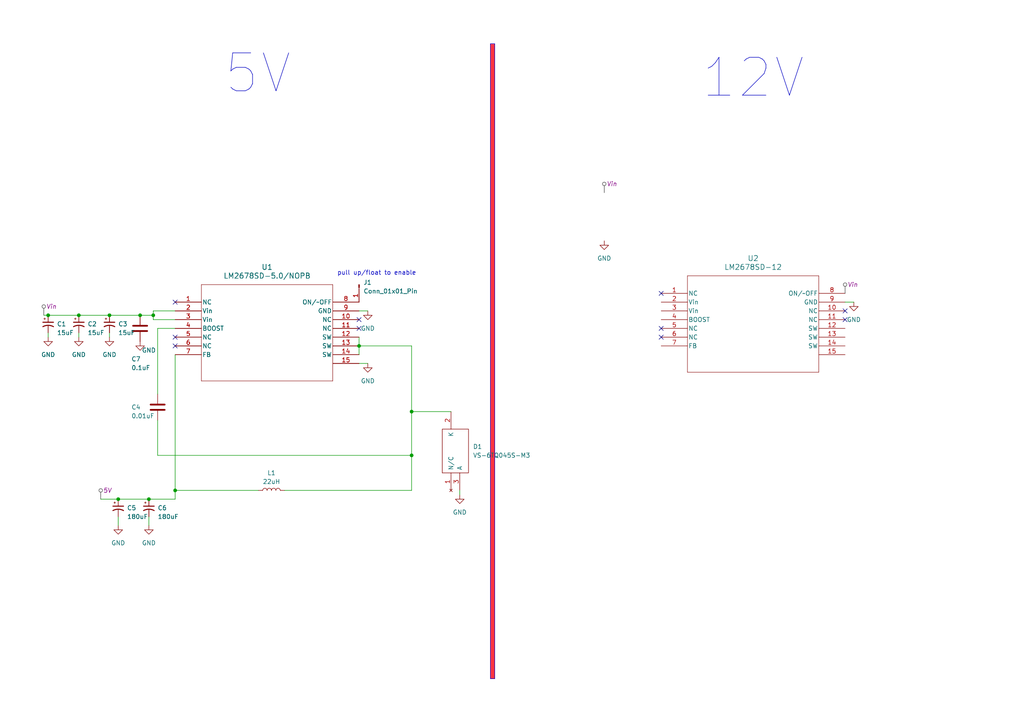
<source format=kicad_sch>
(kicad_sch (version 20230121) (generator eeschema)
  (paper "A4")
  (lib_symbols
    (symbol "Connector:Conn_01x01_Pin" (pin_names (offset 1.016) hide)
      (property "Reference" "J" (at 0 2.54 0))
      (property "Value" "Conn_01x01_Pin" (at 0 -2.54 0))
      (symbol "Conn_01x01_Pin_1_1"
        (polyline (pts (xy 1.27 0) (xy 0.8636 0)) (stroke (width 0.1524)))
        (rectangle (start 0.8636 0.127) (end 0 -0.127) (stroke (width 0.1524)) (fill (type outline)))
        (pin passive line (at 5.08 0 180) (length 3.81) (name "Pin_1") (number "1"))
      )
    )
    (symbol "Device:C" (pin_numbers hide) (pin_names (offset 0.254))
      (property "Reference" "C" (at 0.635 2.54 0))
      (property "Value" "C" (at 0.635 -2.54 0))
      (symbol "C_0_1"
        (polyline (pts (xy -2.032 -0.762) (xy 2.032 -0.762)) (stroke (width 0.508)))
        (polyline (pts (xy -2.032 0.762) (xy 2.032 0.762)) (stroke (width 0.508)))
      )
      (symbol "C_1_1"
        (pin passive line (at 0 3.81 270) (length 2.794) (name "~") (number "1"))
        (pin passive line (at 0 -3.81 90) (length 2.794) (name "~") (number "2"))
      )
    )
    (symbol "Device:C_Polarized_Small_US" (pin_numbers hide) (pin_names (offset 0.254) hide)
      (property "Reference" "C" (at 0.254 1.778 0))
      (property "Value" "C_Polarized_Small_US" (at 0.254 -2.032 0))
      (symbol "C_Polarized_Small_US_0_1"
        (polyline (pts (xy -1.524 0.508) (xy 1.524 0.508)) (stroke (width 0.3048)))
        (polyline (pts (xy -1.27 1.524) (xy -0.762 1.524)))
        (polyline (pts (xy -1.016 1.27) (xy -1.016 1.778)))
        (arc (start 1.524 -0.762) (mid 0 -0.3734) (end -1.524 -0.762) (stroke (width 0.3048)))
      )
      (symbol "C_Polarized_Small_US_1_1"
        (pin passive line (at 0 2.54 270) (length 2.032) (name "~") (number "1"))
        (pin passive line (at 0 -2.54 90) (length 2.032) (name "~") (number "2"))
      )
    )
    (symbol "Device:L" (pin_numbers hide) (pin_names (offset 1.016) hide)
      (property "Reference" "L" (at -1.27 0 90))
      (property "Value" "L" (at 1.905 0 90))
      (symbol "L_0_1"
        (arc (start 0 -2.54) (mid 0.6323 -1.905) (end 0 -1.27))
        (arc (start 0 -1.27) (mid 0.6323 -0.635) (end 0 0))
        (arc (start 0 0) (mid 0.6323 0.635) (end 0 1.27))
        (arc (start 0 1.27) (mid 0.6323 1.905) (end 0 2.54))
      )
      (symbol "L_1_1"
        (pin passive line (at 0 3.81 270) (length 1.27) (name "1") (number "1"))
        (pin passive line (at 0 -3.81 90) (length 1.27) (name "2") (number "2"))
      )
    )
    (symbol "LM2678SD12:LM2678SD-12" (pin_names (offset 0.254))
      (property "Reference" "U" (at 26.67 10.16 0))
      (property "Value" "LM2678SD-12" (at 26.67 7.62 0))
      (symbol "LM2678SD-12_0_1"
        (polyline (pts (xy 7.62 -22.86) (xy 45.72 -22.86)) (stroke (width 0.127)))
        (polyline (pts (xy 7.62 5.08) (xy 7.62 -22.86)) (stroke (width 0.127)))
        (polyline (pts (xy 45.72 -22.86) (xy 45.72 5.08)) (stroke (width 0.127)))
        (polyline (pts (xy 45.72 5.08) (xy 7.62 5.08)) (stroke (width 0.127)))
        (pin passive line (at 0 0 0) (length 7.62) (name "NC") (number "1"))
        (pin passive line (at 53.34 -5.08 180) (length 7.62) (name "NC") (number "10"))
        (pin passive line (at 53.34 -7.62 180) (length 7.62) (name "NC") (number "11"))
        (pin output line (at 53.34 -10.16 180) (length 7.62) (name "SW") (number "12"))
        (pin output line (at 53.34 -12.7 180) (length 7.62) (name "SW") (number "13"))
        (pin output line (at 53.34 -15.24 180) (length 7.62) (name "SW") (number "14"))
        (pin unspecified line (at 53.34 -17.78 180) (length 7.62) (name "") (number "15"))
        (pin input line (at 0 -2.54 0) (length 7.62) (name "Vin") (number "2"))
        (pin input line (at 0 -5.08 0) (length 7.62) (name "Vin") (number "3"))
        (pin passive line (at 0 -7.62 0) (length 7.62) (name "BOOST") (number "4"))
        (pin passive line (at 0 -10.16 0) (length 7.62) (name "NC") (number "5"))
        (pin passive line (at 0 -12.7 0) (length 7.62) (name "NC") (number "6"))
        (pin passive line (at 0 -15.24 0) (length 7.62) (name "FB") (number "7"))
        (pin passive line (at 53.34 0 180) (length 7.62) (name "ON/~OFF") (number "8"))
        (pin passive line (at 53.34 -2.54 180) (length 7.62) (name "GND") (number "9"))
      )
    )
    (symbol "LM2678SD5:LM2678SD-5.0_NOPB" (pin_names (offset 0.254))
      (property "Reference" "U" (at 26.67 10.16 0))
      (property "Value" "LM2678SD-5.0/NOPB" (at 26.67 7.62 0))
      (symbol "LM2678SD-5.0_NOPB_0_1"
        (polyline (pts (xy 7.62 -22.86) (xy 45.72 -22.86)) (stroke (width 0.127)))
        (polyline (pts (xy 7.62 5.08) (xy 7.62 -22.86)) (stroke (width 0.127)))
        (polyline (pts (xy 45.72 -22.86) (xy 45.72 5.08)) (stroke (width 0.127)))
        (polyline (pts (xy 45.72 5.08) (xy 7.62 5.08)) (stroke (width 0.127)))
        (pin passive line (at 0 0 0) (length 7.62) (name "NC") (number "1"))
        (pin passive line (at 53.34 -5.08 180) (length 7.62) (name "NC") (number "10"))
        (pin passive line (at 53.34 -7.62 180) (length 7.62) (name "NC") (number "11"))
        (pin output line (at 53.34 -10.16 180) (length 7.62) (name "SW") (number "12"))
        (pin output line (at 53.34 -12.7 180) (length 7.62) (name "SW") (number "13"))
        (pin output line (at 53.34 -15.24 180) (length 7.62) (name "SW") (number "14"))
        (pin unspecified line (at 53.34 -17.78 180) (length 7.62) (name "") (number "15"))
        (pin input line (at 0 -2.54 0) (length 7.62) (name "Vin") (number "2"))
        (pin input line (at 0 -5.08 0) (length 7.62) (name "Vin") (number "3"))
        (pin passive line (at 0 -7.62 0) (length 7.62) (name "BOOST") (number "4"))
        (pin passive line (at 0 -10.16 0) (length 7.62) (name "NC") (number "5"))
        (pin passive line (at 0 -12.7 0) (length 7.62) (name "NC") (number "6"))
        (pin passive line (at 0 -15.24 0) (length 7.62) (name "FB") (number "7"))
        (pin passive line (at 53.34 0 180) (length 7.62) (name "ON/~OFF") (number "8"))
        (pin passive line (at 53.34 -2.54 180) (length 7.62) (name "GND") (number "9"))
      )
    )
    (symbol "VS-6TQ045S-M3:VS-6TQ045S-M3" (pin_names (offset 0.762))
      (property "Reference" "D" (at 19.05 7.62 0))
      (property "Value" "VS-6TQ045S-M3" (at 19.05 5.08 0))
      (symbol "VS-6TQ045S-M3_0_0"
        (pin no_connect line (at 0 0 0) (length 5.08) (name "N/C") (number "1"))
        (pin passive line (at 22.86 0 180) (length 5.08) (name "K") (number "2"))
        (pin passive line (at 0 -2.54 0) (length 5.08) (name "A") (number "3"))
      )
      (symbol "VS-6TQ045S-M3_0_1"
        (polyline (pts (xy 5.08 2.54) (xy 17.78 2.54) (xy 17.78 -5.08) (xy 5.08 -5.08) (xy 5.08 2.54)) (stroke (width 0.1524)))
      )
    )
    (symbol "power:GND" (power) (pin_names (offset 0))
      (property "Value" "GND" (at 0 -3.81 0))
      (symbol "GND_0_1"
        (polyline (pts (xy 0 0) (xy 0 -1.27) (xy 1.27 -1.27) (xy 0 -2.54) (xy -1.27 -1.27) (xy 0 -1.27)))
      )
      (symbol "GND_1_1"
        (pin power_in line (at 0 0 270) (length 0) hide (name "GND") (number "1"))
      )
    )
  )
  (junction (at 34.29 144.78))
  (junction (at 40.64 91.44))
  (junction (at 31.75 91.44))
  (junction (at 119.38 119.38))
  (junction (at 50.8 142.24))
  (junction (at 22.86 91.44))
  (junction (at 119.38 132.08))
  (junction (at 104.14 100.33))
  (junction (at 44.45 91.44))
  (junction (at 13.97 91.44))
  (junction (at 43.18 144.78))
  (no_connect (at 191.77 95.25))
  (no_connect (at 104.14 95.25))
  (no_connect (at 50.8 87.63))
  (no_connect (at 191.77 97.79))
  (no_connect (at 245.11 92.71))
  (no_connect (at 104.14 92.71))
  (no_connect (at 191.77 85.09))
  (no_connect (at 50.8 97.79))
  (no_connect (at 245.11 90.17))
  (no_connect (at 50.8 100.33))
  (wire (pts (xy 45.72 132.08) (xy 119.38 132.08)))
  (wire (pts (xy 119.38 100.33) (xy 104.14 100.33)))
  (wire (pts (xy 119.38 119.38) (xy 119.38 100.33)))
  (wire (pts (xy 104.14 100.33) (xy 104.14 102.87)))
  (wire (pts (xy 119.38 142.24) (xy 119.38 132.08)))
  (wire (pts (xy 13.97 91.44) (xy 22.86 91.44)))
  (wire (pts (xy 43.18 144.78) (xy 50.8 144.78)))
  (wire (pts (xy 44.45 90.17) (xy 50.8 90.17)))
  (wire (pts (xy 34.29 149.86) (xy 34.29 152.4)))
  (wire (pts (xy 44.45 91.44) (xy 44.45 90.17)))
  (wire (pts (xy 245.11 87.63) (xy 247.65 87.63)))
  (wire (pts (xy 34.29 144.78) (xy 43.18 144.78)))
  (wire (pts (xy 45.72 95.25) (xy 45.72 114.3)))
  (wire (pts (xy 50.8 95.25) (xy 45.72 95.25)))
  (wire (pts (xy 43.18 149.86) (xy 43.18 152.4)))
  (wire (pts (xy 50.8 142.24) (xy 50.8 144.78)))
  (wire (pts (xy 12.7 91.44) (xy 13.97 91.44)))
  (wire (pts (xy 45.72 121.92) (xy 45.72 132.08)))
  (wire (pts (xy 104.14 97.79) (xy 104.14 100.33)))
  (wire (pts (xy 50.8 102.87) (xy 50.8 142.24)))
  (wire (pts (xy 119.38 119.38) (xy 130.81 119.38)))
  (wire (pts (xy 104.14 105.41) (xy 106.68 105.41)))
  (wire (pts (xy 40.64 91.44) (xy 44.45 91.44)))
  (wire (pts (xy 22.86 96.52) (xy 22.86 97.79)))
  (wire (pts (xy 31.75 96.52) (xy 31.75 97.79)))
  (wire (pts (xy 133.35 142.24) (xy 133.35 143.51)))
  (wire (pts (xy 104.14 90.17) (xy 106.68 90.17)))
  (wire (pts (xy 44.45 92.71) (xy 44.45 91.44)))
  (wire (pts (xy 50.8 142.24) (xy 74.93 142.24)))
  (wire (pts (xy 13.97 96.52) (xy 13.97 97.79)))
  (wire (pts (xy 29.21 144.78) (xy 34.29 144.78)))
  (wire (pts (xy 22.86 91.44) (xy 31.75 91.44)))
  (wire (pts (xy 119.38 132.08) (xy 119.38 119.38)))
  (wire (pts (xy 31.75 91.44) (xy 40.64 91.44)))
  (wire (pts (xy 50.8 92.71) (xy 44.45 92.71)))
  (wire (pts (xy 82.55 142.24) (xy 119.38 142.24)))
  (rectangle (start 142.24 12.7) (end 143.51 196.85) (fill (type color) (color 255 50 64 1)))
  (text "12V" (at 203.2 29.21 0) (effects (font (size 11 11)) (justify left bottom)))
  (text "5V" (at 64.77 27.94 0) (effects (font (size 11 11)) (justify left bottom)))
  (text "pull up/float to enable" (at 97.79 80.01 0) (effects (font (size 1.27 1.27)) (justify left bottom)))
  (netclass_flag "" (length 2.54) (shape round) (at 245.11 85.09 0) (property "Netclass" "Vin" (at 245.8085 82.55 0) (effects (font italic) (justify left))))
  (netclass_flag "" (length 2.54) (shape round) (at 29.21 144.78 0) (property "Netclass" "5V" (at 29.9085 142.24 0) (effects (font italic) (justify left))))
  (netclass_flag "" (length 2.54) (shape round) (at 12.7 91.44 0) (property "Netclass" "Vin" (at 13.3985 88.9 0) (effects (font italic) (justify left))))
  (netclass_flag "" (length 2.54) (shape round) (at 175.26 55.88 0) (property "Netclass" "Vin" (at 175.9585 53.34 0) (effects (font italic) (justify left))))
  (symbol (lib_id "power:GND") (at 175.26 69.85 0) (unit 1)
    (property "Reference" "#PWR03" (effects hide))
    (property "Value" "GND" (at 175.26 74.93 0))
  )
  (symbol (lib_id "power:GND") (at 40.64 99.06 0) (unit 1)
    (property "Reference" "#PWR02" (effects hide))
    (property "Value" "GND" (at 43.18 101.6 0))
  )
  (symbol (lib_id "power:GND") (at 43.18 152.4 0) (unit 1)
    (property "Reference" "#PWR011" (effects hide))
    (property "Value" "GND" (at 43.18 157.48 0))
  )
  (symbol (lib_id "Device:C") (at 40.64 95.25 0) (unit 1)
    (property "Reference" "C7" (at 38.1 104.14 0) (effects (justify left)))
    (property "Value" "0.1uF" (at 38.1 106.68 0) (effects (justify left)))
  )
  (symbol (lib_id "VS-6TQ045S-M3:VS-6TQ045S-M3") (at 130.81 142.24 90) (unit 1)
    (property "Reference" "D1" (at 137.16 129.54 90) (effects (justify right)))
    (property "Value" "VS-6TQ045S-M3" (at 137.16 132.08 90) (effects (justify right)))
    (property "Footprint" "TO-263AB:P240_TO-263AB_D2PAK" (effects hide))
    (property "Datasheet" "http://www.vishay.com/docs/94945/vs-6tqs-m3.pdf" (effects hide))
    (property "Description" "Diode Schottky 45V 6A 3-Pin(2+Tab) D2PAK Tube" (effects hide))
    (property "Height" "4.83" (effects hide))
    (property "Mouser Part Number" "78-VS-6TQ045S-M3" (effects hide))
    (property "Mouser Price/Stock" "https://www.mouser.co.uk/ProductDetail/Vishay-Semiconductors/VS-6TQ045S-M3?qs=3SS1MhAOHqoxROiyL7Qyxg%3D%3D" (effects hide))
    (property "Manufacturer_Name" "Vishay" (effects hide))
    (property "Manufacturer_Part_Number" "VS-6TQ045S-M3" (effects hide))
  )
  (symbol (lib_id "Device:C_Polarized_Small_US") (at 13.97 93.98 0) (unit 1)
    (property "Reference" "C1" (at 16.51 93.98 0) (effects (justify left)))
    (property "Value" "15uF" (at 16.51 96.52 0) (effects (justify left)))
  )
  (symbol (lib_id "power:GND") (at 31.75 97.79 0) (unit 1)
    (property "Reference" "#PWR08" (effects hide))
    (property "Value" "GND" (at 31.75 102.87 0))
  )
  (symbol (lib_id "LM2678SD5:LM2678SD-5.0_NOPB") (at 50.8 87.63 0) (unit 1)
    (property "Reference" "U1" (at 77.47 77.47 0) (effects (font (size 1.524 1.524))))
    (property "Value" "LM2678SD-5.0/NOPB" (at 77.47 80.01 0) (effects (font (size 1.524 1.524))))
    (property "Footprint" "SRC14A" (effects hide))
    (property "Datasheet" "LM2678SD-5.0/NOPB" (effects hide))
  )
  (symbol (lib_id "power:GND") (at 22.86 97.79 0) (unit 1)
    (property "Reference" "#PWR07" (effects hide))
    (property "Value" "GND" (at 22.86 102.87 0))
  )
  (symbol (lib_id "power:GND") (at 13.97 97.79 0) (unit 1)
    (property "Reference" "#PWR06" (effects hide))
    (property "Value" "GND" (at 13.97 102.87 0))
  )
  (symbol (lib_id "Device:C") (at 45.72 118.11 0) (unit 1)
    (property "Reference" "C4" (at 38.1 118.11 0) (effects (justify left)))
    (property "Value" "0.01uF" (at 38.1 120.65 0) (effects (justify left)))
  )
  (symbol (lib_id "power:GND") (at 106.68 90.17 0) (unit 1)
    (property "Reference" "#PWR01" (effects hide))
    (property "Value" "GND" (at 106.68 95.25 0))
  )
  (symbol (lib_id "power:GND") (at 247.65 87.63 0) (unit 1)
    (property "Reference" "#PWR04" (effects hide))
    (property "Value" "GND" (at 247.65 92.71 0))
  )
  (symbol (lib_id "Device:C_Polarized_Small_US") (at 34.29 147.32 0) (unit 1)
    (property "Reference" "C5" (at 36.83 147.32 0) (effects (justify left)))
    (property "Value" "180uF" (at 36.83 149.86 0) (effects (justify left)))
  )
  (symbol (lib_id "Device:C_Polarized_Small_US") (at 43.18 147.32 0) (unit 1)
    (property "Reference" "C6" (at 45.72 147.32 0) (effects (justify left)))
    (property "Value" "180uF" (at 45.72 149.86 0) (effects (justify left)))
  )
  (symbol (lib_id "power:GND") (at 34.29 152.4 0) (unit 1)
    (property "Reference" "#PWR010" (effects hide))
    (property "Value" "GND" (at 34.29 157.48 0))
  )
  (symbol (lib_id "Device:L") (at 78.74 142.24 90) (unit 1)
    (property "Reference" "L1" (at 78.74 137.16 90))
    (property "Value" "22uH" (at 78.74 139.7 90))
  )
  (symbol (lib_id "LM2678SD12:LM2678SD-12") (at 191.77 85.09 0) (unit 1)
    (property "Reference" "U2" (at 218.44 74.93 0) (effects (font (size 1.524 1.524))))
    (property "Value" "LM2678SD-12" (at 218.44 77.47 0) (effects (font (size 1.524 1.524))))
    (property "Footprint" "SRC14A" (effects hide))
    (property "Datasheet" "LM2678SD-12" (effects hide))
  )
  (symbol (lib_id "Device:C_Polarized_Small_US") (at 31.75 93.98 0) (unit 1)
    (property "Reference" "C3" (at 34.29 93.98 0) (effects (justify left)))
    (property "Value" "15uF" (at 34.29 96.52 0) (effects (justify left)))
  )
  (symbol (lib_id "power:GND") (at 106.68 105.41 0) (unit 1)
    (property "Reference" "#PWR05" (effects hide))
    (property "Value" "GND" (at 106.68 110.49 0))
  )
  (symbol (lib_id "Device:C_Polarized_Small_US") (at 22.86 93.98 0) (unit 1)
    (property "Reference" "C2" (at 25.4 93.98 0) (effects (justify left)))
    (property "Value" "15uF" (at 25.4 96.52 0) (effects (justify left)))
  )
  (symbol (lib_id "Connector:Conn_01x01_Pin") (at 104.14 82.55 270) (unit 1)
    (property "Reference" "J1" (at 105.41 81.915 90) (effects (justify left)))
    (property "Value" "Conn_01x01_Pin" (at 105.41 84.455 90) (effects (justify left)))
  )
  (symbol (lib_id "power:GND") (at 133.35 143.51 0) (unit 1)
    (property "Reference" "#PWR09" (effects hide))
    (property "Value" "GND" (at 133.35 148.59 0))
  )
)
</source>
